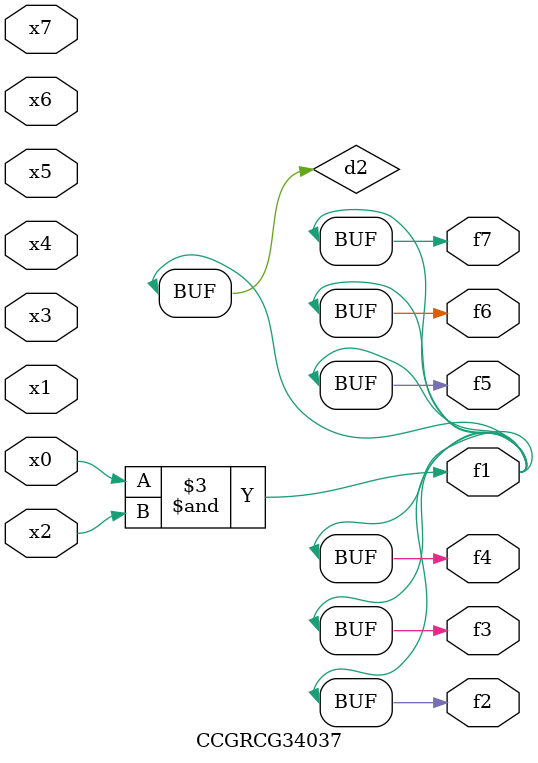
<source format=v>
module CCGRCG34037(
	input x0, x1, x2, x3, x4, x5, x6, x7,
	output f1, f2, f3, f4, f5, f6, f7
);

	wire d1, d2;

	nor (d1, x3, x6);
	and (d2, x0, x2);
	assign f1 = d2;
	assign f2 = d2;
	assign f3 = d2;
	assign f4 = d2;
	assign f5 = d2;
	assign f6 = d2;
	assign f7 = d2;
endmodule

</source>
